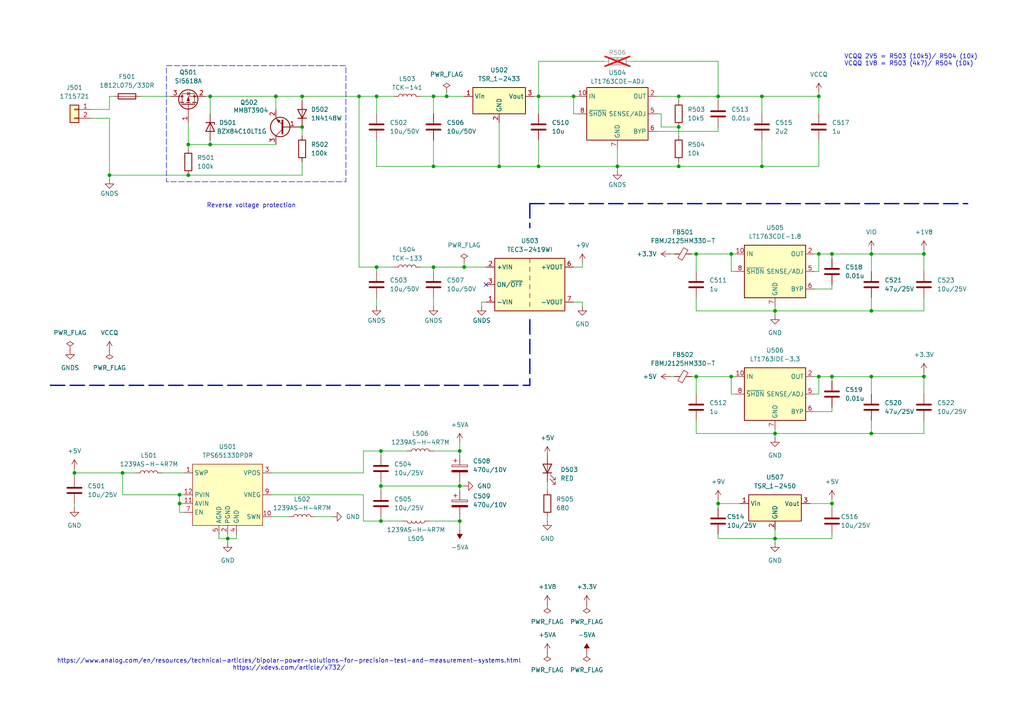
<source format=kicad_sch>
(kicad_sch (version 20231120) (generator "eeschema") (generator_version "8.0")
  (paper "A4")
  (lib_symbols
    (symbol "AD4030:LT1763xDE"
      (property "Reference" "U" (at -7.62 8.89 0))
      (property "Value" "LT1763xDE" (at -3.556 8.89 0))
      (symbol "LT1763xDE_0_0"
        (pin passive line (at -11.43 5.08 0) (length 2.54) (name "IN") (number "10"))
        (pin passive line (at 11.43 5.08 180) (length 2.54) (name "OUT") (number "2"))
        (pin passive line (at 11.43 -5.08 180) (length 2.54) (name "BYP") (number "6"))
        (pin passive line (at 0 -10.16 90) (length 2.54) (name "GND") (number "7"))
        (pin passive line (at -11.43 0 0) (length 2.54) (name "~{SHDN}") (number "8"))
      )
      (symbol "LT1763xDE_1_0"
        (pin no_connect line (at 5.08 -7.62 90) (length 2.54) hide (name "NC") (number "1"))
        (pin passive line (at -11.43 5.08 0) (length 2.54) hide (name "IN") (number "11"))
        (pin no_connect line (at -2.54 -7.62 90) (length 2.54) hide (name "NC") (number "12"))
        (pin passive line (at 0 -10.16 90) (length 2.54) hide (name "GND") (number "13"))
        (pin passive line (at 11.43 5.08 180) (length 2.54) hide (name "OUT") (number "3"))
        (pin no_connect line (at -6.35 -7.62 90) (length 2.54) hide (name "NC") (number "4"))
        (pin passive line (at 11.43 0 180) (length 2.54) (name "SENSE/ADJ") (number "5"))
        (pin no_connect line (at 2.54 -7.62 90) (length 2.54) hide (name "NC") (number "9"))
      )
    )
    (symbol "AD4030:TPS65133DPDR"
      (property "Reference" "U" (at 0 0 0))
      (property "Value" "TPS65133DPDR" (at 0 0 0))
      (symbol "TPS65133DPDR_0_0"
        (pin passive line (at -12.7 6.35 0) (length 2.54) (name "SWP") (number "1"))
        (pin passive line (at 12.7 -6.35 180) (length 2.54) (name "SWN") (number "10"))
        (pin passive line (at -12.7 -2.54 0) (length 2.54) (name "AVIN") (number "11"))
        (pin passive line (at -12.7 0 0) (length 2.54) (name "PVIN") (number "12"))
        (pin passive line (at 0 -11.43 90) (length 2.54) (name "PGND") (number "2"))
        (pin passive line (at 2.54 -11.43 90) (length 2.54) (name "GND") (number "4"))
        (pin passive line (at -2.54 -11.43 90) (length 2.54) (name "AGND") (number "5"))
        (pin passive line (at -12.7 -5.08 0) (length 2.54) (name "EN") (number "7"))
      )
      (symbol "TPS65133DPDR_1_0"
        (pin passive line (at 2.54 -11.43 90) (length 2.54) hide (name "EP") (number "13"))
        (pin power_out line (at 12.7 6.35 180) (length 2.54) (name "VPOS") (number "3"))
        (pin passive line (at 2.54 -11.43 90) (length 2.54) hide (name "GND") (number "6"))
        (pin passive line (at 2.54 -11.43 90) (length 2.54) hide (name "GND") (number "8"))
        (pin power_out line (at 12.7 0 180) (length 2.54) (name "VNEG") (number "9"))
      )
    )
    (symbol "AD4030:VIO" (power) (pin_numbers hide) (pin_names (offset 0) hide)
      (property "Value" "VIO" (at 0 3.556 0))
      (symbol "VIO_1_1"
        (pin power_in line (at 0 0 90) (length 0) (name "~") (number "1"))
      )
    )
    (symbol "Connector_Generic:Conn_01x02" (pin_names (offset 1.016) hide)
      (property "Reference" "J" (at 0 2.54 0))
      (property "Value" "Conn_01x02" (at 0 -5.08 0))
      (symbol "Conn_01x02_1_1"
        (pin passive line (at -5.08 0 0) (length 3.81) (name "Pin_1") (number "1"))
        (pin passive line (at -5.08 -2.54 0) (length 3.81) (name "Pin_2") (number "2"))
      )
    )
    (symbol "Converter_DCDC:TEC2-2419WI"
      (property "Reference" "U" (at -8.89 8.89 0))
      (property "Value" "TEC2-2419WI" (at 10.16 8.89 0))
      (symbol "TEC2-2419WI_1_1"
        (pin power_in line (at -12.7 -5.08 0) (length 2.54) (name "-VIN") (number "1"))
        (pin power_in line (at -12.7 5.08 0) (length 2.54) (name "+VIN") (number "2"))
        (pin input line (at -12.7 0 0) (length 2.54) (name "ON/~{OFF}") (number "3"))
        (pin no_connect line (at 10.16 2.54 180) (length 2.54) hide (name "NC") (number "5"))
        (pin power_out line (at 12.7 5.08 180) (length 2.54) (name "+VOUT") (number "6"))
        (pin power_out line (at 12.7 -5.08 180) (length 2.54) (name "-VOUT") (number "7"))
        (pin no_connect line (at 10.16 0 180) (length 2.54) hide (name "NC") (number "8"))
      )
    )
    (symbol "Device:C" (pin_numbers hide) (pin_names (offset 0.254))
      (property "Reference" "C" (at 0.635 2.54 0))
      (property "Value" "C" (at 0.635 -2.54 0))
      (symbol "C_1_1"
        (pin passive line (at 0 3.81 270) (length 2.794) (name "~") (number "1"))
        (pin passive line (at 0 -3.81 90) (length 2.794) (name "~") (number "2"))
      )
    )
    (symbol "Device:C_Polarized" (pin_numbers hide) (pin_names (offset 0.254))
      (property "Reference" "C" (at 0.635 2.54 0))
      (property "Value" "C_Polarized" (at 0.635 -2.54 0))
      (symbol "C_Polarized_1_1"
        (pin passive line (at 0 3.81 270) (length 2.794) (name "~") (number "1"))
        (pin passive line (at 0 -3.81 90) (length 2.794) (name "~") (number "2"))
      )
    )
    (symbol "Device:FerriteBead_Small" (pin_numbers hide) (pin_names (offset 0))
      (property "Reference" "FB" (at 1.905 1.27 0))
      (property "Value" "FerriteBead_Small" (at 1.905 -1.27 0))
      (symbol "FerriteBead_Small_1_1"
        (pin passive line (at 0 2.54 270) (length 1.27) (name "~") (number "1"))
        (pin passive line (at 0 -2.54 90) (length 1.27) (name "~") (number "2"))
      )
    )
    (symbol "Device:Fuse" (pin_numbers hide) (pin_names (offset 0))
      (property "Reference" "F" (at 2.032 0 90))
      (property "Value" "Fuse" (at -1.905 0 90))
      (symbol "Fuse_1_1"
        (pin passive line (at 0 3.81 270) (length 1.27) (name "~") (number "1"))
        (pin passive line (at 0 -3.81 90) (length 1.27) (name "~") (number "2"))
      )
    )
    (symbol "Device:L" (pin_numbers hide) (pin_names (offset 1.016) hide)
      (property "Reference" "L" (at -1.27 0 90))
      (property "Value" "L" (at 1.905 0 90))
      (symbol "L_1_1"
        (pin passive line (at 0 3.81 270) (length 1.27) (name "1") (number "1"))
        (pin passive line (at 0 -3.81 90) (length 1.27) (name "2") (number "2"))
      )
    )
    (symbol "Device:LED" (pin_numbers hide) (pin_names (offset 1.016) hide)
      (property "Reference" "D" (at 0 2.54 0))
      (property "Value" "LED" (at 0 -2.54 0))
      (symbol "LED_1_1"
        (pin passive line (at -3.81 0 0) (length 2.54) (name "K") (number "1"))
        (pin passive line (at 3.81 0 180) (length 2.54) (name "A") (number "2"))
      )
    )
    (symbol "Device:Q_PMOS_GSD" (pin_names (offset 0) hide)
      (property "Reference" "Q" (at 5.08 1.27 0))
      (property "Value" "Q_PMOS_GSD" (at 5.08 -1.27 0))
      (symbol "Q_PMOS_GSD_1_1"
        (pin input line (at -5.08 0 0) (length 2.54) (name "G") (number "1"))
        (pin passive line (at 2.54 -5.08 90) (length 2.54) (name "S") (number "2"))
        (pin passive line (at 2.54 5.08 270) (length 2.54) (name "D") (number "3"))
      )
    )
    (symbol "Device:R" (pin_numbers hide) (pin_names (offset 0))
      (property "Reference" "R" (at 2.032 0 90))
      (property "Value" "R" (at 0 0 90))
      (symbol "R_1_1"
        (pin passive line (at 0 3.81 270) (length 1.27) (name "~") (number "1"))
        (pin passive line (at 0 -3.81 90) (length 1.27) (name "~") (number "2"))
      )
    )
    (symbol "Diode:1N4148W" (pin_numbers hide) (pin_names hide)
      (property "Reference" "D" (at 0 2.54 0))
      (property "Value" "1N4148W" (at 0 -2.54 0))
      (symbol "1N4148W_1_1"
        (pin passive line (at -3.81 0 0) (length 2.54) (name "K") (number "1"))
        (pin passive line (at 3.81 0 180) (length 2.54) (name "A") (number "2"))
      )
    )
    (symbol "Diode:BZX84Cxx" (pin_numbers hide) (pin_names hide)
      (property "Reference" "D" (at 0 3.81 0))
      (property "Value" "BZX84Cxx" (at 0 -3.81 0))
      (symbol "BZX84Cxx_1_1"
        (pin passive line (at 3.81 0 180) (length 2.54) (name "A") (number "1"))
        (pin no_connect line (at 1.27 0 180) (length 2.54) hide (name "NC") (number "2"))
        (pin passive line (at -3.81 0 0) (length 2.54) (name "K") (number "3"))
      )
    )
    (symbol "Regulator_Switching:TSR_1-2433"
      (property "Reference" "U" (at -7.62 6.35 0))
      (property "Value" "TSR_1-2433" (at -1.27 6.35 0))
      (symbol "TSR_1-2433_1_1"
        (pin power_in line (at -10.16 2.54 0) (length 2.54) (name "Vin") (number "1"))
        (pin power_in line (at 0 -5.08 90) (length 2.54) (name "GND") (number "2"))
        (pin power_out line (at 10.16 2.54 180) (length 2.54) (name "Vout") (number "3"))
      )
    )
    (symbol "Transistor_BJT:MMBT3904" (pin_names (offset 0) hide)
      (property "Reference" "Q" (at 5.08 1.905 0))
      (property "Value" "MMBT3904" (at 5.08 0 0))
      (symbol "MMBT3904_1_1"
        (pin input line (at -5.08 0 0) (length 5.715) (name "B") (number "1"))
        (pin passive line (at 2.54 -5.08 90) (length 2.54) (name "E") (number "2"))
        (pin passive line (at 2.54 5.08 270) (length 2.54) (name "C") (number "3"))
      )
    )
    (symbol "power:+1V8" (power) (pin_numbers hide) (pin_names (offset 0) hide)
      (property "Value" "+1V8" (at 0 3.556 0))
      (symbol "+1V8_1_1"
        (pin power_in line (at 0 0 90) (length 0) (name "~") (number "1"))
      )
    )
    (symbol "power:+3.3V" (power) (pin_numbers hide) (pin_names (offset 0) hide)
      (property "Value" "+3.3V" (at 0 3.556 0))
      (symbol "+3.3V_1_1"
        (pin power_in line (at 0 0 90) (length 0) (name "~") (number "1"))
      )
    )
    (symbol "power:+5V" (power) (pin_numbers hide) (pin_names (offset 0) hide)
      (property "Value" "+5V" (at 0 3.556 0))
      (symbol "+5V_1_1"
        (pin power_in line (at 0 0 90) (length 0) (name "~") (number "1"))
      )
    )
    (symbol "power:+5VA" (power) (pin_numbers hide) (pin_names (offset 0) hide)
      (property "Value" "+5VA" (at 0 3.556 0))
      (symbol "+5VA_1_1"
        (pin power_in line (at 0 0 90) (length 0) (name "~") (number "1"))
      )
    )
    (symbol "power:+9V" (power) (pin_numbers hide) (pin_names (offset 0) hide)
      (property "Value" "+9V" (at 0 3.556 0))
      (symbol "+9V_1_1"
        (pin power_in line (at 0 0 90) (length 0) (name "~") (number "1"))
      )
    )
    (symbol "power:-5VA" (power) (pin_numbers hide) (pin_names (offset 0) hide)
      (property "Value" "-5VA" (at 0 3.556 0))
      (symbol "-5VA_0_0"
        (pin power_in line (at 0 0 90) (length 0) (name "~") (number "1"))
      )
    )
    (symbol "power:GND" (power) (pin_numbers hide) (pin_names (offset 0) hide)
      (property "Value" "GND" (at 0 -3.81 0))
      (symbol "GND_1_1"
        (pin power_in line (at 0 0 270) (length 0) (name "~") (number "1"))
      )
    )
    (symbol "power:GNDS" (power) (pin_numbers hide) (pin_names (offset 0) hide)
      (property "Value" "GNDS" (at 0 -3.81 0))
      (symbol "GNDS_1_1"
        (pin power_in line (at 0 0 270) (length 0) (name "~") (number "1"))
      )
    )
    (symbol "power:PWR_FLAG" (power) (pin_numbers hide) (pin_names (offset 0) hide)
      (property "Value" "PWR_FLAG" (at 0 3.81 0))
      (symbol "PWR_FLAG_0_0"
        (pin power_out line (at 0 0 90) (length 0) (name "~") (number "1"))
      )
    )
    (symbol "power:VCCQ" (power) (pin_numbers hide) (pin_names (offset 0) hide)
      (property "Value" "VCCQ" (at 0 3.556 0))
      (symbol "VCCQ_1_1"
        (pin power_in line (at 0 0 90) (length 0) (name "~") (number "1"))
      )
    )
  )
  (junction (at 35.56 137.16))
  (junction (at 156.21 27.94))
  (junction (at 252.73 73.66))
  (junction (at 21.59 137.16))
  (junction (at 196.85 36.83))
  (junction (at 104.14 27.94))
  (junction (at 267.97 109.22))
  (junction (at 237.49 109.22))
  (junction (at 80.01 27.94))
  (junction (at 87.63 36.83))
  (junction (at 133.35 151.13))
  (junction (at 52.07 146.05))
  (junction (at 237.49 73.66))
  (junction (at 241.3 73.66))
  (junction (at 267.97 73.66))
  (junction (at 133.35 140.97))
  (junction (at 241.3 146.05))
  (junction (at 196.85 48.26))
  (junction (at 110.49 130.81))
  (junction (at 212.09 73.66))
  (junction (at 109.22 77.47))
  (junction (at 52.07 143.51))
  (junction (at 224.79 90.17))
  (junction (at 66.04 156.21))
  (junction (at 109.22 27.94))
  (junction (at 60.96 27.94))
  (junction (at 31.75 50.8))
  (junction (at 224.79 156.21))
  (junction (at 166.37 27.94))
  (junction (at 220.98 48.26))
  (junction (at 220.98 27.94))
  (junction (at 54.61 41.91))
  (junction (at 110.49 151.13))
  (junction (at 208.28 27.94))
  (junction (at 179.07 48.26))
  (junction (at 125.73 77.47))
  (junction (at 241.3 109.22))
  (junction (at 212.09 109.22))
  (junction (at 252.73 125.73))
  (junction (at 87.63 27.94))
  (junction (at 252.73 109.22))
  (junction (at 156.21 48.26))
  (junction (at 125.73 48.26))
  (junction (at 125.73 27.94))
  (junction (at 208.28 146.05))
  (junction (at 196.85 27.94))
  (junction (at 237.49 27.94))
  (junction (at 110.49 140.97))
  (junction (at 224.79 125.73))
  (junction (at 201.93 73.66))
  (junction (at 54.61 50.8))
  (junction (at 144.78 48.26))
  (junction (at 201.93 109.22))
  (junction (at 60.96 41.91))
  (junction (at 134.62 77.47))
  (junction (at 252.73 90.17))
  (junction (at 133.35 130.81))
  (junction (at 129.54 27.94))
  (no_connect (at 140.97 82.55))
  (wire (pts (xy 241.3 154.94) (xy 241.3 156.21)))
  (wire (pts (xy 252.73 125.73) (xy 267.97 125.73)))
  (wire (pts (xy 237.49 40.64) (xy 237.49 48.26)))
  (wire (pts (xy 156.21 27.94) (xy 154.94 27.94)))
  (wire (pts (xy 80.01 27.94) (xy 80.01 31.75)))
  (wire (pts (xy 53.34 143.51) (xy 52.07 143.51)))
  (wire (pts (xy 267.97 121.92) (xy 267.97 125.73)))
  (wire (pts (xy 129.54 26.67) (xy 129.54 27.94)))
  (wire (pts (xy 52.07 148.59) (xy 52.07 146.05)))
  (wire (pts (xy 201.93 73.66) (xy 212.09 73.66)))
  (wire (pts (xy 21.59 147.32) (xy 21.59 146.05)))
  (wire (pts (xy 166.37 33.02) (xy 167.64 33.02)))
  (wire (pts (xy 109.22 88.9) (xy 109.22 86.36)))
  (wire (pts (xy 125.73 130.81) (xy 133.35 130.81)))
  (wire (pts (xy 196.85 36.83) (xy 196.85 39.37)))
  (wire (pts (xy 175.26 17.78) (xy 156.21 17.78)))
  (wire (pts (xy 182.88 17.78) (xy 208.28 17.78)))
  (wire (pts (xy 63.5 156.21) (xy 66.04 156.21)))
  (polyline (pts (xy 153.67 59.055) (xy 280.67 59.055)) (stroke (width 0.381) (type dash)))
  (wire (pts (xy 179.07 48.26) (xy 156.21 48.26)))
  (wire (pts (xy 237.49 26.67) (xy 237.49 27.94)))
  (wire (pts (xy 87.63 27.94) (xy 87.63 29.21)))
  (wire (pts (xy 201.93 114.3) (xy 201.93 109.22)))
  (polyline (pts (xy 153.67 92.71) (xy 153.67 111.76)) (stroke (width 0.381) (type dash)))
  (wire (pts (xy 224.79 125.73) (xy 224.79 127)))
  (wire (pts (xy 31.75 50.8) (xy 31.75 52.07)))
  (wire (pts (xy 125.73 77.47) (xy 121.92 77.47)))
  (wire (pts (xy 241.3 119.38) (xy 241.3 118.11)))
  (wire (pts (xy 191.77 36.83) (xy 196.85 36.83)))
  (wire (pts (xy 31.75 34.29) (xy 31.75 50.8)))
  (wire (pts (xy 267.97 73.66) (xy 267.97 78.74)))
  (wire (pts (xy 196.85 48.26) (xy 179.07 48.26)))
  (wire (pts (xy 156.21 33.02) (xy 156.21 27.94)))
  (wire (pts (xy 134.62 76.2) (xy 134.62 77.47)))
  (wire (pts (xy 80.01 27.94) (xy 87.63 27.94)))
  (wire (pts (xy 60.96 27.94) (xy 80.01 27.94)))
  (wire (pts (xy 212.09 109.22) (xy 213.36 109.22)))
  (wire (pts (xy 224.79 156.21) (xy 224.79 157.48)))
  (wire (pts (xy 212.09 73.66) (xy 213.36 73.66)))
  (wire (pts (xy 190.5 33.02) (xy 191.77 33.02)))
  (wire (pts (xy 114.3 27.94) (xy 109.22 27.94)))
  (wire (pts (xy 208.28 147.32) (xy 208.28 146.05)))
  (wire (pts (xy 201.93 73.66) (xy 200.66 73.66)))
  (wire (pts (xy 125.73 77.47) (xy 134.62 77.47)))
  (wire (pts (xy 105.41 137.16) (xy 105.41 130.81)))
  (wire (pts (xy 87.63 36.83) (xy 87.63 39.37)))
  (wire (pts (xy 124.46 151.13) (xy 133.35 151.13)))
  (wire (pts (xy 166.37 27.94) (xy 167.64 27.94)))
  (wire (pts (xy 144.78 48.26) (xy 125.73 48.26)))
  (wire (pts (xy 252.73 90.17) (xy 224.79 90.17)))
  (wire (pts (xy 104.14 27.94) (xy 109.22 27.94)))
  (wire (pts (xy 53.34 148.59) (xy 52.07 148.59)))
  (wire (pts (xy 26.67 31.75) (xy 31.75 31.75)))
  (wire (pts (xy 224.79 90.17) (xy 224.79 91.44)))
  (wire (pts (xy 237.49 27.94) (xy 237.49 33.02)))
  (wire (pts (xy 87.63 46.99) (xy 87.63 50.8)))
  (wire (pts (xy 252.73 72.39) (xy 252.73 73.66)))
  (wire (pts (xy 109.22 48.26) (xy 109.22 40.64)))
  (wire (pts (xy 144.78 35.56) (xy 144.78 48.26)))
  (wire (pts (xy 139.7 88.9) (xy 139.7 87.63)))
  (wire (pts (xy 129.54 27.94) (xy 134.62 27.94)))
  (wire (pts (xy 125.73 27.94) (xy 125.73 33.02)))
  (wire (pts (xy 54.61 50.8) (xy 87.63 50.8)))
  (wire (pts (xy 144.78 48.26) (xy 156.21 48.26)))
  (wire (pts (xy 224.79 90.17) (xy 224.79 88.9)))
  (wire (pts (xy 68.58 156.21) (xy 68.58 154.94)))
  (wire (pts (xy 110.49 130.81) (xy 118.11 130.81)))
  (wire (pts (xy 241.3 109.22) (xy 252.73 109.22)))
  (wire (pts (xy 196.85 27.94) (xy 208.28 27.94)))
  (wire (pts (xy 179.07 43.18) (xy 179.07 48.26)))
  (wire (pts (xy 208.28 146.05) (xy 214.63 146.05)))
  (wire (pts (xy 116.84 151.13) (xy 110.49 151.13)))
  (wire (pts (xy 224.79 156.21) (xy 241.3 156.21)))
  (wire (pts (xy 241.3 144.78) (xy 241.3 146.05)))
  (wire (pts (xy 224.79 153.67) (xy 224.79 156.21)))
  (wire (pts (xy 224.79 125.73) (xy 224.79 124.46)))
  (wire (pts (xy 267.97 86.36) (xy 267.97 90.17)))
  (wire (pts (xy 208.28 156.21) (xy 224.79 156.21)))
  (wire (pts (xy 236.22 78.74) (xy 237.49 78.74)))
  (wire (pts (xy 52.07 143.51) (xy 35.56 143.51)))
  (wire (pts (xy 252.73 73.66) (xy 267.97 73.66)))
  (wire (pts (xy 236.22 119.38) (xy 241.3 119.38)))
  (wire (pts (xy 201.93 125.73) (xy 224.79 125.73)))
  (wire (pts (xy 267.97 72.39) (xy 267.97 73.66)))
  (wire (pts (xy 60.96 27.94) (xy 60.96 33.02)))
  (wire (pts (xy 78.74 143.51) (xy 105.41 143.51)))
  (wire (pts (xy 168.91 87.63) (xy 166.37 87.63)))
  (wire (pts (xy 110.49 132.08) (xy 110.49 130.81)))
  (wire (pts (xy 252.73 109.22) (xy 267.97 109.22)))
  (wire (pts (xy 220.98 40.64) (xy 220.98 48.26)))
  (wire (pts (xy 139.7 87.63) (xy 140.97 87.63)))
  (wire (pts (xy 125.73 88.9) (xy 125.73 86.36)))
  (wire (pts (xy 196.85 46.99) (xy 196.85 48.26)))
  (wire (pts (xy 236.22 83.82) (xy 241.3 83.82)))
  (wire (pts (xy 105.41 143.51) (xy 105.41 151.13)))
  (wire (pts (xy 236.22 114.3) (xy 237.49 114.3)))
  (wire (pts (xy 114.3 77.47) (xy 109.22 77.47)))
  (wire (pts (xy 105.41 130.81) (xy 110.49 130.81)))
  (wire (pts (xy 212.09 114.3) (xy 212.09 109.22)))
  (wire (pts (xy 133.35 151.13) (xy 133.35 153.67)))
  (wire (pts (xy 220.98 33.02) (xy 220.98 27.94)))
  (wire (pts (xy 63.5 154.94) (xy 63.5 156.21)))
  (wire (pts (xy 134.62 77.47) (xy 140.97 77.47)))
  (wire (pts (xy 125.73 77.47) (xy 125.73 78.74)))
  (wire (pts (xy 158.75 149.86) (xy 158.75 151.13)))
  (wire (pts (xy 133.35 140.97) (xy 134.62 140.97)))
  (wire (pts (xy 60.96 41.91) (xy 80.01 41.91)))
  (wire (pts (xy 237.49 109.22) (xy 236.22 109.22)))
  (wire (pts (xy 35.56 143.51) (xy 35.56 137.16)))
  (wire (pts (xy 125.73 48.26) (xy 109.22 48.26)))
  (wire (pts (xy 241.3 73.66) (xy 237.49 73.66)))
  (wire (pts (xy 190.5 38.1) (xy 208.28 38.1)))
  (wire (pts (xy 21.59 135.89) (xy 21.59 137.16)))
  (wire (pts (xy 201.93 109.22) (xy 200.66 109.22)))
  (wire (pts (xy 237.49 27.94) (xy 220.98 27.94)))
  (wire (pts (xy 133.35 140.97) (xy 133.35 142.24)))
  (wire (pts (xy 31.75 31.75) (xy 31.75 27.94)))
  (wire (pts (xy 21.59 137.16) (xy 35.56 137.16)))
  (wire (pts (xy 208.28 144.78) (xy 208.28 146.05)))
  (wire (pts (xy 190.5 27.94) (xy 196.85 27.94)))
  (wire (pts (xy 234.95 146.05) (xy 241.3 146.05)))
  (wire (pts (xy 52.07 146.05) (xy 52.07 143.51)))
  (wire (pts (xy 125.73 40.64) (xy 125.73 48.26)))
  (wire (pts (xy 208.28 29.21) (xy 208.28 27.94)))
  (wire (pts (xy 66.04 156.21) (xy 68.58 156.21)))
  (wire (pts (xy 201.93 90.17) (xy 224.79 90.17)))
  (wire (pts (xy 91.44 149.86) (xy 96.52 149.86)))
  (wire (pts (xy 168.91 88.9) (xy 168.91 87.63)))
  (wire (pts (xy 133.35 128.27) (xy 133.35 130.81)))
  (wire (pts (xy 208.28 36.83) (xy 208.28 38.1)))
  (wire (pts (xy 109.22 77.47) (xy 104.14 77.47)))
  (wire (pts (xy 241.3 83.82) (xy 241.3 82.55)))
  (wire (pts (xy 35.56 137.16) (xy 39.37 137.16)))
  (wire (pts (xy 208.28 154.94) (xy 208.28 156.21)))
  (wire (pts (xy 220.98 48.26) (xy 237.49 48.26)))
  (wire (pts (xy 241.3 109.22) (xy 237.49 109.22)))
  (wire (pts (xy 66.04 156.21) (xy 66.04 157.48)))
  (wire (pts (xy 121.92 27.94) (xy 125.73 27.94)))
  (wire (pts (xy 54.61 41.91) (xy 54.61 43.18)))
  (wire (pts (xy 110.49 151.13) (xy 110.49 149.86)))
  (wire (pts (xy 87.63 27.94) (xy 104.14 27.94)))
  (wire (pts (xy 241.3 146.05) (xy 241.3 147.32)))
  (wire (pts (xy 213.36 114.3) (xy 212.09 114.3)))
  (wire (pts (xy 252.73 90.17) (xy 267.97 90.17)))
  (wire (pts (xy 196.85 48.26) (xy 220.98 48.26)))
  (wire (pts (xy 158.75 139.7) (xy 158.75 142.24)))
  (wire (pts (xy 168.91 76.2) (xy 168.91 77.47)))
  (wire (pts (xy 194.31 73.66) (xy 195.58 73.66)))
  (wire (pts (xy 156.21 40.64) (xy 156.21 48.26)))
  (wire (pts (xy 133.35 130.81) (xy 133.35 132.08)))
  (wire (pts (xy 241.3 74.93) (xy 241.3 73.66)))
  (wire (pts (xy 21.59 138.43) (xy 21.59 137.16)))
  (wire (pts (xy 133.35 151.13) (xy 133.35 149.86)))
  (wire (pts (xy 133.35 140.97) (xy 110.49 140.97)))
  (wire (pts (xy 31.75 34.29) (xy 26.67 34.29)))
  (wire (pts (xy 208.28 17.78) (xy 208.28 27.94)))
  (wire (pts (xy 237.49 78.74) (xy 237.49 73.66)))
  (wire (pts (xy 201.93 121.92) (xy 201.93 125.73)))
  (wire (pts (xy 252.73 86.36) (xy 252.73 90.17)))
  (wire (pts (xy 252.73 125.73) (xy 224.79 125.73)))
  (wire (pts (xy 78.74 149.86) (xy 83.82 149.86)))
  (wire (pts (xy 53.34 146.05) (xy 52.07 146.05)))
  (wire (pts (xy 267.97 107.95) (xy 267.97 109.22)))
  (wire (pts (xy 60.96 40.64) (xy 60.96 41.91)))
  (wire (pts (xy 237.49 114.3) (xy 237.49 109.22)))
  (wire (pts (xy 213.36 78.74) (xy 212.09 78.74)))
  (wire (pts (xy 196.85 29.21) (xy 196.85 27.94)))
  (wire (pts (xy 241.3 110.49) (xy 241.3 109.22)))
  (wire (pts (xy 104.14 27.94) (xy 104.14 77.47)))
  (wire (pts (xy 191.77 33.02) (xy 191.77 36.83)))
  (wire (pts (xy 40.64 27.94) (xy 49.53 27.94)))
  (wire (pts (xy 166.37 77.47) (xy 168.91 77.47)))
  (wire (pts (xy 46.99 137.16) (xy 53.34 137.16)))
  (polyline (pts (xy 153.67 59.055) (xy 153.67 66.04)) (stroke (width 0.381) (type dash)))
  (wire (pts (xy 267.97 109.22) (xy 267.97 114.3)))
  (wire (pts (xy 125.73 27.94) (xy 129.54 27.94)))
  (wire (pts (xy 54.61 35.56) (xy 54.61 41.91)))
  (wire (pts (xy 109.22 77.47) (xy 109.22 78.74)))
  (wire (pts (xy 60.96 41.91) (xy 54.61 41.91)))
  (wire (pts (xy 212.09 78.74) (xy 212.09 73.66)))
  (wire (pts (xy 237.49 73.66) (xy 236.22 73.66)))
  (wire (pts (xy 133.35 139.7) (xy 133.35 140.97)))
  (wire (pts (xy 156.21 27.94) (xy 166.37 27.94)))
  (wire (pts (xy 110.49 139.7) (xy 110.49 140.97)))
  (wire (pts (xy 241.3 73.66) (xy 252.73 73.66)))
  (wire (pts (xy 110.49 140.97) (xy 110.49 142.24)))
  (wire (pts (xy 220.98 27.94) (xy 208.28 27.94)))
  (wire (pts (xy 78.74 137.16) (xy 105.41 137.16)))
  (wire (pts (xy 252.73 121.92) (xy 252.73 125.73)))
  (wire (pts (xy 109.22 27.94) (xy 109.22 33.02)))
  (wire (pts (xy 252.73 78.74) (xy 252.73 73.66)))
  (wire (pts (xy 194.31 109.22) (xy 195.58 109.22)))
  (wire (pts (xy 201.93 78.74) (xy 201.93 73.66)))
  (wire (pts (xy 201.93 86.36) (xy 201.93 90.17)))
  (wire (pts (xy 59.69 27.94) (xy 60.96 27.94)))
  (wire (pts (xy 179.07 48.26) (xy 179.07 49.53)))
  (wire (pts (xy 66.04 154.94) (xy 66.04 156.21)))
  (wire (pts (xy 31.75 50.8) (xy 54.61 50.8)))
  (wire (pts (xy 105.41 151.13) (xy 110.49 151.13)))
  (wire (pts (xy 31.75 27.94) (xy 33.02 27.94)))
  (wire (pts (xy 156.21 17.78) (xy 156.21 27.94)))
  (wire (pts (xy 252.73 114.3) (xy 252.73 109.22)))
  (wire (pts (xy 201.93 109.22) (xy 212.09 109.22)))
  (polyline (pts (xy 14.605 111.76) (xy 153.67 111.76)) (stroke (width 0.381) (type dash)))
  (wire (pts (xy 166.37 27.94) (xy 166.37 33.02)))
  (rectangle (start 48.26 19.05) (end 100.33 52.705) (stroke (width 0) (type dash)))
  (text "https://www.analog.com/en/resources/technical-articles/bipolar-power-solutions-for-precision-test-and-measurement-systems.html\nhttps://xdevs.com/article/x732/" (at 83.82 192.786 0) (effects (font (size 1.27 1.27))))
  (text "Reverse voltage protection" (at 72.898 59.69 0) (effects (font (size 1.27 1.27))))
  (text "VCQQ 2V5 = R503 (10k5)/ R504 (10k)\nVCQQ 1V8 = R503 (4k7)/ R504 (10k)" (at 244.856 17.526 0) (effects (font (size 1.27 1.27)) (justify left)))
  (symbol (lib_id "power:PWR_FLAG") (at 170.18 175.26 180) (unit 1)
    (property "Reference" "#FLG0501" (effects (hide yes)))
    (property "Value" "PWR_FLAG" (at 170.18 180.34 0))
    (property "Description" "Special symbol for telling ERC where power comes from" (effects (hide yes)))
  )
  (symbol (lib_id "Device:L") (at 43.18 137.16 90) (unit 1)
    (property "Reference" "L501" (at 43.18 132.08 90))
    (property "Value" "1239AS-H-4R7M" (at 43.18 134.62 90))
    (property "Footprint" "Inductor_SMD:L_1008_2520Metric_Pad1.43x2.20mm_HandSolder" (effects (hide yes)))
    (property "Description" "Inductor" (effects (hide yes)))
  )
  (symbol (lib_id "power:+9V") (at 168.91 76.2 0) (unit 1)
    (property "Reference" "#PWR0516" (effects (hide yes)))
    (property "Value" "+9V" (at 168.91 71.12 0))
    (property "Description" "Power symbol creates a global label with name \"+9V\"" (effects (hide yes)))
  )
  (symbol (lib_id "Device:C") (at 109.22 82.55 0) (unit 1)
    (property "Reference" "C503" (at 113.03 81.2799 0) (effects (justify left)))
    (property "Value" "10u/50V" (at 113.03 83.8199 0) (effects (justify left)))
    (property "Footprint" "Capacitor_SMD:C_1210_3225Metric_Pad1.33x2.70mm_HandSolder" (effects (hide yes)))
    (property "Description" "Unpolarized capacitor" (effects (hide yes)))
  )
  (symbol (lib_id "Device:C") (at 267.97 118.11 0) (unit 1)
    (property "Reference" "C522" (at 271.78 116.8399 0) (effects (justify left)))
    (property "Value" "10u/25V" (at 271.78 119.3799 0) (effects (justify left)))
    (property "Footprint" "Capacitor_SMD:C_1206_3216Metric_Pad1.33x1.80mm_HandSolder" (effects (hide yes)))
    (property "Description" "Unpolarized capacitor" (effects (hide yes)))
  )
  (symbol (lib_id "Regulator_Switching:TSR_1-2433") (at 144.78 30.48 0) (unit 1)
    (property "Reference" "U502" (at 144.78 20.32 0))
    (property "Value" "TSR_1-2433" (at 144.78 22.86 0))
    (property "Footprint" "Converter_DCDC:Converter_DCDC_TRACO_TSR-1_THT" (effects (hide yes)))
    (property "Datasheet" "http://www.tracopower.com/products/tsr1.pdf" (effects (hide yes)))
    (property "Description" "1A step-down regulator module, fixed 3.3V output voltage, 5-36V input voltage, -40°C to +85°C temperature range, TO-220 compatible LM78xx replacement" (effects (hide yes)))
  )
  (symbol (lib_id "power:PWR_FLAG") (at 158.75 189.23 180) (unit 1)
    (property "Reference" "#FLG0507" (effects (hide yes)))
    (property "Value" "PWR_FLAG" (at 158.75 194.31 0))
    (property "Description" "Special symbol for telling ERC where power comes from" (effects (hide yes)))
  )
  (symbol (lib_id "power:-5VA") (at 170.18 189.23 0) (unit 1)
    (property "Reference" "#PWR0518" (effects (hide yes)))
    (property "Value" "-5VA" (at 170.18 184.15 0))
    (property "Description" "Power symbol creates a global label with name \"-5VA\"" (effects (hide yes)))
  )
  (symbol (lib_id "power:GND") (at 96.52 149.86 90) (unit 1)
    (property "Reference" "#PWR0508" (effects (hide yes)))
    (property "Value" "GND" (at 100.33 149.8599 90) (effects (justify right)))
    (property "Description" "Power symbol creates a global label with name \"GND\" , ground" (effects (hide yes)))
  )
  (symbol (lib_id "Diode:1N4148W") (at 87.63 33.02 90) (unit 1)
    (property "Reference" "D502" (at 90.17 31.75 90) (effects (justify right)))
    (property "Value" "1N4148W" (at 90.17 34.29 90) (effects (justify right)))
    (property "Footprint" "Diode_SMD:D_SOD-123" (effects (hide yes)))
    (property "Datasheet" "https://www.vishay.com/docs/85748/1n4148w.pdf" (effects (hide yes)))
    (property "Sim.Device" "D" (effects (hide yes)))
    (property "Sim.Pins" "1=K 2=A" (effects (hide yes)))
  )
  (symbol (lib_id "Device:C") (at 201.93 118.11 0) (unit 1)
    (property "Reference" "C512" (at 205.74 116.8399 0) (effects (justify left)))
    (property "Value" "1u" (at 205.74 119.3799 0) (effects (justify left)))
    (property "Footprint" "Capacitor_SMD:C_0805_2012Metric_Pad1.18x1.45mm_HandSolder" (effects (hide yes)))
    (property "Description" "Unpolarized capacitor" (effects (hide yes)))
  )
  (symbol (lib_id "Device:C") (at 267.97 82.55 0) (unit 1)
    (property "Reference" "C523" (at 271.78 81.2799 0) (effects (justify left)))
    (property "Value" "10u/25V" (at 271.78 83.8199 0) (effects (justify left)))
    (property "Footprint" "Capacitor_SMD:C_1206_3216Metric_Pad1.33x1.80mm_HandSolder" (effects (hide yes)))
    (property "Description" "Unpolarized capacitor" (effects (hide yes)))
  )
  (symbol (lib_id "Device:R") (at 158.75 146.05 0) (unit 1)
    (property "Reference" "R505" (at 161.29 144.7799 0) (effects (justify left)))
    (property "Value" "680" (at 161.29 147.3199 0) (effects (justify left)))
    (property "Footprint" "Resistor_SMD:R_0603_1608Metric_Pad0.98x0.95mm_HandSolder" (effects (hide yes)))
    (property "Description" "Resistor" (effects (hide yes)))
  )
  (symbol (lib_id "power:+5V") (at 194.31 109.22 90) (unit 1)
    (property "Reference" "#PWR0521" (effects (hide yes)))
    (property "Value" "+5V" (at 190.5 109.2199 90) (effects (justify left)))
    (property "Description" "Power symbol creates a global label with name \"+5V\"" (effects (hide yes)))
  )
  (symbol (lib_id "Device:C") (at 110.49 135.89 0) (unit 1)
    (property "Reference" "C504" (at 114.3 134.6199 0) (effects (justify left)))
    (property "Value" "10u/25V" (at 114.3 137.1599 0) (effects (justify left)))
    (property "Footprint" "Capacitor_SMD:C_1206_3216Metric_Pad1.33x1.80mm_HandSolder" (effects (hide yes)))
    (property "Description" "Unpolarized capacitor" (effects (hide yes)))
  )
  (symbol (lib_id "Device:R") (at 179.07 17.78 90) (unit 1) (in_bom no) (dnp yes)
    (property "Reference" "R506" (at 179.07 15.24 90))
    (property "Value" "0" (at 179.07 17.78 90))
    (property "Footprint" "Resistor_SMD:R_0603_1608Metric_Pad0.98x0.95mm_HandSolder" (effects (hide yes)))
    (property "Description" "Resistor" (effects (hide yes)))
  )
  (symbol (lib_id "Converter_DCDC:TEC2-2419WI") (at 153.67 82.55 0) (unit 1)
    (property "Reference" "U503" (at 153.67 69.85 0))
    (property "Value" "TEC3-2419WI" (at 153.67 72.39 0))
    (property "Footprint" "Converter_DCDC:Converter_DCDC_TRACO_TMR-xxxx_THT" (effects (hide yes)))
    (property "Datasheet" "https://www.tracopower.com/products/tec2wi.pdf" (effects (hide yes)))
    (property "Description" "222mA Regulated 2W DC/DC converter with 1.5kV isolation, 9V-36V input, 9V fixed Output Voltage, SIP-8" (effects (hide yes)))
  )
  (symbol (lib_id "power:+3.3V") (at 194.31 73.66 90) (unit 1)
    (property "Reference" "#PWR0520" (effects (hide yes)))
    (property "Value" "+3.3V" (at 190.5 73.6599 90) (effects (justify left)))
    (property "Description" "Power symbol creates a global label with name \"+3.3V\"" (effects (hide yes)))
  )
  (symbol (lib_id "power:PWR_FLAG") (at 20.32 101.6 0) (unit 1)
    (property "Reference" "#FLG0502" (effects (hide yes)))
    (property "Value" "PWR_FLAG" (at 20.32 96.52 0))
    (property "Description" "Special symbol for telling ERC where power comes from" (effects (hide yes)))
  )
  (symbol (lib_id "power:GND") (at 158.75 151.13 0) (unit 1)
    (property "Reference" "#PWR0532" (effects (hide yes)))
    (property "Value" "GND" (at 158.75 156.21 0))
    (property "Description" "Power symbol creates a global label with name \"GND\" , ground" (effects (hide yes)))
  )
  (symbol (lib_id "power:+1V8") (at 158.75 175.26 0) (unit 1)
    (property "Reference" "#PWR0534" (effects (hide yes)))
    (property "Value" "+1V8" (at 158.75 170.18 0))
    (property "Description" "Power symbol creates a global label with name \"+1V8\"" (effects (hide yes)))
  )
  (symbol (lib_id "power:GND") (at 224.79 91.44 0) (unit 1)
    (property "Reference" "#PWR0523" (effects (hide yes)))
    (property "Value" "GND" (at 224.79 96.52 0))
    (property "Description" "Power symbol creates a global label with name \"GND\" , ground" (effects (hide yes)))
  )
  (symbol (lib_id "Device:C") (at 220.98 36.83 0) (unit 1)
    (property "Reference" "C515" (at 224.79 35.5599 0) (effects (justify left)))
    (property "Value" "2u2" (at 224.79 38.0999 0) (effects (justify left)))
    (property "Footprint" "Capacitor_SMD:C_0805_2012Metric_Pad1.18x1.45mm_HandSolder" (effects (hide yes)))
    (property "Description" "Unpolarized capacitor" (effects (hide yes)))
  )
  (symbol (lib_id "Device:L") (at 118.11 27.94 90) (unit 1)
    (property "Reference" "L503" (at 118.11 22.86 90))
    (property "Value" "TCK-141" (at 118.11 25.4 90))
    (property "Footprint" "Inductor_SMD:L_TracoPower_TCK-141" (effects (hide yes)))
    (property "Description" "Inductor" (effects (hide yes)))
  )
  (symbol (lib_id "power:GNDS") (at 31.75 52.07 0) (unit 1)
    (property "Reference" "#PWR0531" (effects (hide yes)))
    (property "Value" "GNDS" (at 31.75 56.134 0))
    (property "Description" "Power symbol creates a global label with name \"GNDS\" , signal ground" (effects (hide yes)))
  )
  (symbol (lib_id "power:+3.3V") (at 170.18 175.26 0) (unit 1)
    (property "Reference" "#PWR0501" (effects (hide yes)))
    (property "Value" "+3.3V" (at 170.18 170.18 0))
    (property "Description" "Power symbol creates a global label with name \"+3.3V\"" (effects (hide yes)))
  )
  (symbol (lib_id "power:GNDS") (at 125.73 88.9 0) (unit 1)
    (property "Reference" "#PWR0510" (effects (hide yes)))
    (property "Value" "GNDS" (at 125.73 92.964 0))
    (property "Description" "Power symbol creates a global label with name \"GNDS\" , signal ground" (effects (hide yes)))
  )
  (symbol (lib_id "power:+1V8") (at 267.97 72.39 0) (unit 1)
    (property "Reference" "#PWR0530" (effects (hide yes)))
    (property "Value" "+1V8" (at 267.97 67.31 0))
    (property "Description" "Power symbol creates a global label with name \"+1V8\"" (effects (hide yes)))
  )
  (symbol (lib_id "Device:C") (at 241.3 151.13 0) (unit 1)
    (property "Reference" "C516" (at 243.84 149.86 0) (effects (justify left)))
    (property "Value" "10u/25V" (at 243.84 152.4 0) (effects (justify left)))
    (property "Footprint" "Capacitor_SMD:C_1206_3216Metric_Pad1.33x1.80mm_HandSolder" (effects (hide yes)))
    (property "Description" "Unpolarized capacitor" (effects (hide yes)))
  )
  (symbol (lib_id "power:+5V") (at 21.59 135.89 0) (unit 1)
    (property "Reference" "#PWR0502" (effects (hide yes)))
    (property "Value" "+5V" (at 21.59 130.81 0))
    (property "Description" "Power symbol creates a global label with name \"+5V\"" (effects (hide yes)))
  )
  (symbol (lib_id "Device:R") (at 196.85 43.18 0) (unit 1)
    (property "Reference" "R504" (at 199.39 41.9099 0) (effects (justify left)))
    (property "Value" "10k" (at 199.39 44.4499 0) (effects (justify left)))
    (property "Footprint" "Resistor_SMD:R_0603_1608Metric_Pad0.98x0.95mm_HandSolder" (effects (hide yes)))
    (property "Description" "Resistor" (effects (hide yes)))
  )
  (symbol (lib_id "power:PWR_FLAG") (at 31.75 101.6 180) (unit 1)
    (property "Reference" "#FLG0503" (effects (hide yes)))
    (property "Value" "PWR_FLAG" (at 31.75 106.68 0))
    (property "Description" "Special symbol for telling ERC where power comes from" (effects (hide yes)))
  )
  (symbol (lib_id "power:+5V") (at 241.3 144.78 0) (unit 1)
    (property "Reference" "#PWR0526" (effects (hide yes)))
    (property "Value" "+5V" (at 241.3 139.7 0))
    (property "Description" "Power symbol creates a global label with name \"+5V\"" (effects (hide yes)))
  )
  (symbol (lib_id "Device:C") (at 208.28 151.13 0) (unit 1)
    (property "Reference" "C514" (at 210.82 149.86 0) (effects (justify left)))
    (property "Value" "10u/25V" (at 210.82 152.4 0) (effects (justify left)))
    (property "Footprint" "Capacitor_SMD:C_1206_3216Metric_Pad1.33x1.80mm_HandSolder" (effects (hide yes)))
    (property "Description" "Unpolarized capacitor" (effects (hide yes)))
  )
  (symbol (lib_id "power:GND") (at 66.04 157.48 0) (unit 1)
    (property "Reference" "#PWR0507" (effects (hide yes)))
    (property "Value" "GND" (at 66.04 162.56 0))
    (property "Description" "Power symbol creates a global label with name \"GND\" , ground" (effects (hide yes)))
  )
  (symbol (lib_id "Device:FerriteBead_Small") (at 198.12 73.66 90) (unit 1)
    (property "Reference" "FB501" (at 198.0819 67.31 90))
    (property "Value" "FBMJ2125HM330-T" (at 198.0819 69.85 90))
    (property "Footprint" "Inductor_SMD:L_0805_2012Metric_Pad1.15x1.40mm_HandSolder" (effects (hide yes)))
    (property "Description" "Ferrite bead, small symbol" (effects (hide yes)))
  )
  (symbol (lib_id "power:PWR_FLAG") (at 158.75 175.26 180) (unit 1)
    (property "Reference" "#FLG0504" (effects (hide yes)))
    (property "Value" "PWR_FLAG" (at 158.75 180.34 0))
    (property "Description" "Special symbol for telling ERC where power comes from" (effects (hide yes)))
  )
  (symbol (lib_id "Device:L") (at 118.11 77.47 90) (unit 1)
    (property "Reference" "L504" (at 118.11 72.39 90))
    (property "Value" "TCK-133" (at 118.11 74.93 90))
    (property "Footprint" "AD4030:TCK-133" (effects (hide yes)))
    (property "Description" "Inductor" (effects (hide yes)))
  )
  (symbol (lib_id "power:GNDS") (at 139.7 88.9 0) (unit 1)
    (property "Reference" "#PWR0511" (effects (hide yes)))
    (property "Value" "GNDS" (at 139.7 92.964 0))
    (property "Description" "Power symbol creates a global label with name \"GNDS\" , signal ground" (effects (hide yes)))
  )
  (symbol (lib_id "Device:R") (at 196.85 33.02 0) (unit 1)
    (property "Reference" "R503" (at 199.39 31.7499 0) (effects (justify left)))
    (property "Value" "10k5" (at 199.39 34.2899 0) (effects (justify left)))
    (property "Footprint" "Resistor_SMD:R_0603_1608Metric_Pad0.98x0.95mm_HandSolder" (effects (hide yes)))
    (property "Description" "Resistor" (effects (hide yes)))
  )
  (symbol (lib_id "Regulator_Switching:TSR_1-2433") (at 224.79 148.59 0) (unit 1)
    (property "Reference" "U507" (at 224.79 138.43 0))
    (property "Value" "TSR_1-2450" (at 224.79 140.97 0))
    (property "Footprint" "Converter_DCDC:Converter_DCDC_TRACO_TSR-1_THT" (effects (hide yes)))
    (property "Datasheet" "http://www.tracopower.com/products/tsr1.pdf" (effects (hide yes)))
    (property "Description" "1A step-down regulator module, fixed 3.3V output voltage, 5-36V input voltage, -40°C to +85°C temperature range, TO-220 compatible LM78xx replacement" (effects (hide yes)))
  )
  (symbol (lib_id "AD4030:LT1763xDE") (at 224.79 114.3 0) (unit 1)
    (property "Reference" "U506" (at 224.79 101.6 0))
    (property "Value" "LT1763IDE-3.3" (at 224.79 104.14 0))
    (property "Footprint" "Package_DFN_QFN:DFN-12-1EP_3x4mm_P0.5mm_EP1.7x3.3mm" (effects (hide yes)))
    (property "Datasheet" "https://www.analog.com/media/en/technical-documentation/data-sheets/LT1762.pdf" (effects (hide yes)))
    (property "Description" "500mA, Low Noise, LDO Micropower Regulators" (effects (hide yes)))
  )
  (symbol (lib_id "Device:FerriteBead_Small") (at 198.12 109.22 90) (unit 1)
    (property "Reference" "FB502" (at 198.0819 102.87 90))
    (property "Value" "FBMJ2125HM330-T" (at 198.0819 105.41 90))
    (property "Footprint" "Inductor_SMD:L_0805_2012Metric_Pad1.15x1.40mm_HandSolder" (effects (hide yes)))
    (property "Description" "Ferrite bead, small symbol" (effects (hide yes)))
  )
  (symbol (lib_id "power:PWR_FLAG") (at 170.18 189.23 180) (unit 1)
    (property "Reference" "#FLG0508" (effects (hide yes)))
    (property "Value" "PWR_FLAG" (at 170.18 194.31 0))
    (property "Description" "Special symbol for telling ERC where power comes from" (effects (hide yes)))
  )
  (symbol (lib_id "power:+5VA") (at 158.75 189.23 0) (unit 1)
    (property "Reference" "#PWR0515" (effects (hide yes)))
    (property "Value" "+5VA" (at 158.75 184.15 0))
    (property "Description" "Power symbol creates a global label with name \"+5VA\"" (effects (hide yes)))
  )
  (symbol (lib_id "Diode:BZX84Cxx") (at 60.96 36.83 270) (unit 1)
    (property "Reference" "D501" (at 63.5 35.56 90) (effects (justify left)))
    (property "Value" "BZX84C10LT1G" (at 62.865 38.1 90) (effects (justify left)))
    (property "Footprint" "Package_TO_SOT_SMD:SOT-23" (effects (hide yes)))
    (property "Datasheet" "https://diotec.com/tl_files/diotec/files/pdf/datasheets/bzx84c2v4.pdf" (effects (hide yes)))
  )
  (symbol (lib_id "Device:C") (at 208.28 33.02 0) (unit 1)
    (property "Reference" "C513" (at 212.09 31.7499 0) (effects (justify left)))
    (property "Value" "0.01u" (at 212.09 34.2899 0) (effects (justify left)))
    (property "Footprint" "Capacitor_SMD:C_0603_1608Metric_Pad1.08x0.95mm_HandSolder" (effects (hide yes)))
    (property "Description" "Unpolarized capacitor" (effects (hide yes)))
  )
  (symbol (lib_id "power:VCCQ") (at 31.75 101.6 0) (unit 1)
    (property "Reference" "#PWR0505" (effects (hide yes)))
    (property "Value" "VCCQ" (at 31.75 96.52 0))
    (property "Description" "Power symbol creates a global label with name \"VCCQ\"" (effects (hide yes)))
  )
  (symbol (lib_id "power:GND") (at 168.91 88.9 0) (unit 1)
    (property "Reference" "#PWR0517" (effects (hide yes)))
    (property "Value" "GND" (at 168.91 93.98 0))
    (property "Description" "Power symbol creates a global label with name \"GND\" , ground" (effects (hide yes)))
  )
  (symbol (lib_id "Device:C") (at 21.59 142.24 0) (unit 1)
    (property "Reference" "C501" (at 25.4 140.9699 0) (effects (justify left)))
    (property "Value" "10u/25V" (at 25.4 143.5099 0) (effects (justify left)))
    (property "Footprint" "Capacitor_SMD:C_1206_3216Metric_Pad1.33x1.80mm_HandSolder" (effects (hide yes)))
    (property "Description" "Unpolarized capacitor" (effects (hide yes)))
  )
  (symbol (lib_id "Device:Fuse") (at 36.83 27.94 90) (unit 1)
    (property "Reference" "F501" (at 36.83 22.225 90))
    (property "Value" "1812L075/33DR" (at 36.83 24.765 90))
    (property "Footprint" "Fuse:Fuse_1812_4532Metric_Pad1.30x3.40mm_HandSolder" (effects (hide yes)))
  )
  (symbol (lib_id "Transistor_BJT:MMBT3904") (at 82.55 36.83 180) (unit 1)
    (property "Reference" "Q502" (at 74.803 29.718 0) (effects (justify left)))
    (property "Value" "MMBT3904" (at 77.851 32.004 0) (effects (justify left)))
    (property "Footprint" "Package_TO_SOT_SMD:SOT-23" (effects (hide yes)))
    (property "Datasheet" "https://www.onsemi.com/pdf/datasheet/pzt3904-d.pdf" (effects (hide yes)))
  )
  (symbol (lib_id "Device:R") (at 87.63 43.18 0) (unit 1)
    (property "Reference" "R502" (at 90.17 41.91 0) (effects (justify left)))
    (property "Value" "100k" (at 90.17 44.45 0) (effects (justify left)))
    (property "Footprint" "Resistor_SMD:R_0603_1608Metric_Pad0.98x0.95mm_HandSolder" (effects (hide yes)))
  )
  (symbol (lib_id "Device:C") (at 241.3 78.74 0) (unit 1)
    (property "Reference" "C518" (at 245.11 77.4699 0) (effects (justify left)))
    (property "Value" "0.01u" (at 245.11 80.0099 0) (effects (justify left)))
    (property "Footprint" "Capacitor_SMD:C_0603_1608Metric_Pad1.08x0.95mm_HandSolder" (effects (hide yes)))
    (property "Description" "Unpolarized capacitor" (effects (hide yes)))
  )
  (symbol (lib_id "power:GNDS") (at 109.22 88.9 0) (unit 1)
    (property "Reference" "#PWR0509" (effects (hide yes)))
    (property "Value" "GNDS" (at 109.22 92.964 0))
    (property "Description" "Power symbol creates a global label with name \"GNDS\" , signal ground" (effects (hide yes)))
  )
  (symbol (lib_id "power:GND") (at 224.79 157.48 0) (unit 1)
    (property "Reference" "#PWR0525" (effects (hide yes)))
    (property "Value" "GND" (at 224.79 162.56 0))
    (property "Description" "Power symbol creates a global label with name \"GND\" , ground" (effects (hide yes)))
  )
  (symbol (lib_id "Device:C") (at 125.73 36.83 0) (unit 1)
    (property "Reference" "C506" (at 129.54 35.5599 0) (effects (justify left)))
    (property "Value" "10u/50V" (at 129.54 38.0999 0) (effects (justify left)))
    (property "Footprint" "Capacitor_SMD:C_1210_3225Metric_Pad1.33x2.70mm_HandSolder" (effects (hide yes)))
    (property "Description" "Unpolarized capacitor" (effects (hide yes)))
  )
  (symbol (lib_id "power:VCCQ") (at 237.49 26.67 0) (unit 1)
    (property "Reference" "#PWR0527" (effects (hide yes)))
    (property "Value" "VCCQ" (at 237.49 21.59 0))
    (property "Description" "Power symbol creates a global label with name \"VCCQ\"" (effects (hide yes)))
  )
  (symbol (lib_id "Device:Q_PMOS_GSD") (at 54.61 30.48 90) (unit 1)
    (property "Reference" "Q501" (at 54.61 20.955 90))
    (property "Value" "SI5618A" (at 54.61 23.495 90))
    (property "Footprint" "Package_TO_SOT_SMD:SOT-23" (effects (hide yes)))
  )
  (symbol (lib_id "Device:C") (at 125.73 82.55 0) (unit 1)
    (property "Reference" "C507" (at 129.54 81.2799 0) (effects (justify left)))
    (property "Value" "10u/50V" (at 129.54 83.8199 0) (effects (justify left)))
    (property "Footprint" "Capacitor_SMD:C_1210_3225Metric_Pad1.33x2.70mm_HandSolder" (effects (hide yes)))
    (property "Description" "Unpolarized capacitor" (effects (hide yes)))
  )
  (symbol (lib_id "power:-5VA") (at 133.35 153.67 180) (unit 1)
    (property "Reference" "#PWR0513" (effects (hide yes)))
    (property "Value" "-5VA" (at 133.35 158.75 0))
    (property "Description" "Power symbol creates a global label with name \"-5VA\"" (effects (hide yes)))
  )
  (symbol (lib_id "power:+5VA") (at 133.35 128.27 0) (unit 1)
    (property "Reference" "#PWR0512" (effects (hide yes)))
    (property "Value" "+5VA" (at 133.35 123.19 0))
    (property "Description" "Power symbol creates a global label with name \"+5VA\"" (effects (hide yes)))
  )
  (symbol (lib_id "Device:C_Polarized") (at 133.35 135.89 0) (unit 1)
    (property "Reference" "C508" (at 137.16 133.7309 0) (effects (justify left)))
    (property "Value" "470u/10V" (at 137.16 136.2709 0) (effects (justify left)))
    (property "Footprint" "Capacitor_Tantalum_SMD:CP_EIA-7343-43_Kemet-X_Pad2.25x2.55mm_HandSolder" (effects (hide yes)))
    (property "Description" "Polarized capacitor" (effects (hide yes)))
  )
  (symbol (lib_id "Device:C") (at 252.73 82.55 0) (unit 1)
    (property "Reference" "C521" (at 256.54 81.2799 0) (effects (justify left)))
    (property "Value" "47u/25V" (at 256.54 83.8199 0) (effects (justify left)))
    (property "Footprint" "Capacitor_SMD:C_1210_3225Metric_Pad1.33x2.70mm_HandSolder" (effects (hide yes)))
    (property "Description" "Unpolarized capacitor" (effects (hide yes)))
  )
  (symbol (lib_id "Device:LED") (at 158.75 135.89 90) (unit 1)
    (property "Reference" "D503" (at 162.56 136.2074 90) (effects (justify right)))
    (property "Value" "RED" (at 162.56 138.7474 90) (effects (justify right)))
    (property "Footprint" "LED_SMD:LED_0603_1608Metric" (effects (hide yes)))
    (property "Description" "Light emitting diode" (effects (hide yes)))
  )
  (symbol (lib_id "power:GND") (at 21.59 147.32 0) (unit 1)
    (property "Reference" "#PWR0503" (effects (hide yes)))
    (property "Value" "GND" (at 21.59 152.4 0))
    (property "Description" "Power symbol creates a global label with name \"GND\" , ground" (effects (hide yes)))
  )
  (symbol (lib_id "AD4030:LT1763xDE") (at 179.07 33.02 0) (unit 1)
    (property "Reference" "U504" (at 179.07 21.082 0))
    (property "Value" "LT1763CDE-ADJ" (at 179.07 23.622 0))
    (property "Footprint" "Package_DFN_QFN:DFN-12-1EP_3x4mm_P0.5mm_EP1.7x3.3mm" (effects (hide yes)))
    (property "Datasheet" "https://www.analog.com/media/en/technical-documentation/data-sheets/LT1762.pdf" (effects (hide yes)))
    (property "Description" "500mA, Low Noise, LDO Micropower Regulators" (effects (hide yes)))
  )
  (symbol (lib_id "AD4030:VIO") (at 252.73 72.39 0) (unit 1)
    (property "Reference" "#PWR0528" (effects (hide yes)))
    (property "Value" "VIO" (at 252.73 67.31 0))
    (property "Description" "Power symbol creates a global label with name \"VIO\"" (effects (hide yes)))
  )
  (symbol (lib_id "power:PWR_FLAG") (at 134.62 76.2 0) (unit 1)
    (property "Reference" "#FLG0506" (effects (hide yes)))
    (property "Value" "PWR_FLAG" (at 134.62 71.12 0))
    (property "Description" "Special symbol for telling ERC where power comes from" (effects (hide yes)))
  )
  (symbol (lib_id "Device:C") (at 156.21 36.83 0) (unit 1)
    (property "Reference" "C510" (at 160.02 35.5599 0) (effects (justify left)))
    (property "Value" "10u" (at 160.02 38.0999 0) (effects (justify left)))
    (property "Footprint" "Capacitor_SMD:C_1206_3216Metric_Pad1.33x1.80mm_HandSolder" (effects (hide yes)))
    (property "Description" "Unpolarized capacitor" (effects (hide yes)))
  )
  (symbol (lib_id "Device:C") (at 201.93 82.55 0) (unit 1)
    (property "Reference" "C511" (at 205.74 81.2799 0) (effects (justify left)))
    (property "Value" "1u" (at 205.74 83.8199 0) (effects (justify left)))
    (property "Footprint" "Capacitor_SMD:C_0805_2012Metric_Pad1.18x1.45mm_HandSolder" (effects (hide yes)))
    (property "Description" "Unpolarized capacitor" (effects (hide yes)))
  )
  (symbol (lib_id "Connector_Generic:Conn_01x02") (at 21.59 31.75 0) (mirror y) (unit 1)
    (property "Reference" "J501" (at 21.59 25.4 0))
    (property "Value" "1715721" (at 21.59 27.94 0))
    (property "Footprint" "TerminalBlock_Phoenix:TerminalBlock_Phoenix_MKDS-1,5-2_1x02_P5.00mm_Horizontal" (effects (hide yes)))
  )
  (symbol (lib_id "power:PWR_FLAG") (at 129.54 26.67 0) (unit 1)
    (property "Reference" "#FLG0505" (effects (hide yes)))
    (property "Value" "PWR_FLAG" (at 129.54 21.59 0))
    (property "Description" "Special symbol for telling ERC where power comes from" (effects (hide yes)))
  )
  (symbol (lib_id "AD4030:TPS65133DPDR") (at 66.04 143.51 0) (unit 1)
    (property "Reference" "U501" (at 66.04 129.54 0))
    (property "Value" "TPS65133DPDR" (at 66.04 132.08 0))
    (property "Footprint" "Package_SON:WSON-12-1EP_3x3mm_P0.5mm_EP1.5x2.5mm_ThermalVias" (effects (hide yes)))
    (property "Datasheet" "https://www.ti.com/lit/ds/symlink/tps65133.pdf?ts=1724434561817&ref_url=https%253A%252F%252Fwww.google.com%252F" (effects (hide yes)))
    (property "Description" "TPS65133 ±5-V, 250-mA Dual-Output Power Supply" (effects (hide yes)))
  )
  (symbol (lib_id "Device:C") (at 241.3 114.3 0) (unit 1)
    (property "Reference" "C519" (at 245.11 113.0299 0) (effects (justify left)))
    (property "Value" "0.01u" (at 245.11 115.5699 0) (effects (justify left)))
    (property "Footprint" "Capacitor_SMD:C_0603_1608Metric_Pad1.08x0.95mm_HandSolder" (effects (hide yes)))
    (property "Description" "Unpolarized capacitor" (effects (hide yes)))
  )
  (symbol (lib_id "Device:C") (at 252.73 118.11 0) (unit 1)
    (property "Reference" "C520" (at 256.54 116.8399 0) (effects (justify left)))
    (property "Value" "47u/25V" (at 256.54 119.3799 0) (effects (justify left)))
    (property "Footprint" "Capacitor_SMD:C_1210_3225Metric_Pad1.33x2.70mm_HandSolder" (effects (hide yes)))
    (property "Description" "Unpolarized capacitor" (effects (hide yes)))
  )
  (symbol (lib_id "power:GND") (at 134.62 140.97 90) (unit 1)
    (property "Reference" "#PWR0514" (effects (hide yes)))
    (property "Value" "GND" (at 138.43 140.9699 90) (effects (justify right)))
    (property "Description" "Power symbol creates a global label with name \"GND\" , ground" (effects (hide yes)))
  )
  (symbol (lib_id "power:GNDS") (at 20.32 101.6 0) (unit 1)
    (property "Reference" "#PWR0504" (effects (hide yes)))
    (property "Value" "GNDS" (at 20.32 106.68 0))
    (property "Description" "Power symbol creates a global label with name \"GNDS\" , signal ground" (effects (hide yes)))
  )
  (symbol (lib_id "Device:L") (at 121.92 130.81 90) (unit 1)
    (property "Reference" "L506" (at 121.92 125.73 90))
    (property "Value" "1239AS-H-4R7M" (at 121.92 128.27 90))
    (property "Footprint" "Inductor_SMD:L_1008_2520Metric_Pad1.43x2.20mm_HandSolder" (effects (hide yes)))
    (property "Description" "Inductor" (effects (hide yes)))
  )
  (symbol (lib_id "Device:C") (at 237.49 36.83 0) (unit 1)
    (property "Reference" "C517" (at 241.3 35.5599 0) (effects (justify left)))
    (property "Value" "1u" (at 241.3 38.0999 0) (effects (justify left)))
    (property "Footprint" "Capacitor_SMD:C_0805_2012Metric_Pad1.18x1.45mm_HandSolder" (effects (hide yes)))
    (property "Description" "Unpolarized capacitor" (effects (hide yes)))
  )
  (symbol (lib_id "Device:L") (at 120.65 151.13 90) (mirror x) (unit 1)
    (property "Reference" "L505" (at 120.65 156.21 90))
    (property "Value" "1239AS-H-4R7M" (at 120.65 153.67 90))
    (property "Footprint" "Inductor_SMD:L_1008_2520Metric_Pad1.43x2.20mm_HandSolder" (effects (hide yes)))
    (property "Description" "Inductor" (effects (hide yes)))
  )
  (symbol (lib_id "Device:L") (at 87.63 149.86 90) (unit 1)
    (property "Reference" "L502" (at 87.63 144.78 90))
    (property "Value" "1239AS-H-4R7M" (at 87.63 147.32 90))
    (property "Footprint" "Inductor_SMD:L_1008_2520Metric_Pad1.43x2.20mm_HandSolder" (effects (hide yes)))
    (property "Description" "Inductor" (effects (hide yes)))
  )
  (symbol (lib_id "power:GNDS") (at 179.07 49.53 0) (unit 1)
    (property "Reference" "#PWR0519" (effects (hide yes)))
    (property "Value" "GNDS" (at 179.07 53.594 0))
    (property "Description" "Power symbol creates a global label with name \"GNDS\" , signal ground" (effects (hide yes)))
  )
  (symbol (lib_id "Device:R") (at 54.61 46.99 0) (unit 1)
    (property "Reference" "R501" (at 57.15 45.72 0) (effects (justify left)))
    (property "Value" "100k" (at 57.15 48.26 0) (effects (justify left)))
    (property "Footprint" "Resistor_SMD:R_0603_1608Metric_Pad0.98x0.95mm_HandSolder" (effects (hide yes)))
  )
  (symbol (lib_id "Device:C") (at 110.49 146.05 0) (unit 1)
    (property "Reference" "C505" (at 114.3 144.7799 0) (effects (justify left)))
    (property "Value" "10u/25V" (at 114.3 147.3199 0) (effects (justify left)))
    (property "Footprint" "Capacitor_SMD:C_1206_3216Metric_Pad1.33x1.80mm_HandSolder" (effects (hide yes)))
    (property "Description" "Unpolarized capacitor" (effects (hide yes)))
  )
  (symbol (lib_id "power:GND") (at 224.79 127 0) (mirror y) (unit 1)
    (property "Reference" "#PWR0524" (effects (hide yes)))
    (property "Value" "GND" (at 224.79 132.08 0))
    (property "Description" "Power symbol creates a global label with name \"GND\" , ground" (effects (hide yes)))
  )
  (symbol (lib_id "power:+9V") (at 208.28 144.78 0) (unit 1)
    (property "Reference" "#PWR0522" (effects (hide yes)))
    (property "Value" "+9V" (at 208.28 139.7 0))
    (property "Description" "Power symbol creates a global label with name \"+9V\"" (effects (hide yes)))
  )
  (symbol (lib_id "Device:C_Polarized") (at 133.35 146.05 0) (unit 1)
    (property "Reference" "C509" (at 137.16 143.8909 0) (effects (justify left)))
    (property "Value" "470u/10V" (at 137.16 146.4309 0) (effects (justify left)))
    (property "Footprint" "Capacitor_Tantalum_SMD:CP_EIA-7343-43_Kemet-X_Pad2.25x2.55mm_HandSolder" (effects (hide yes)))
    (property "Description" "Polarized capacitor" (effects (hide yes)))
  )
  (symbol (lib_id "power:+5V") (at 158.75 132.08 0) (unit 1)
    (property "Reference" "#PWR0533" (effects (hide yes)))
    (property "Value" "+5V" (at 158.75 127 0))
    (property "Description" "Power symbol creates a global label with name \"+5V\"" (effects (hide yes)))
  )
  (symbol (lib_id "AD4030:LT1763xDE") (at 224.79 78.74 0) (unit 1)
    (property "Reference" "U505" (at 224.79 66.04 0))
    (property "Value" "LT1763CDE-1.8" (at 224.79 68.58 0))
    (property "Footprint" "Package_DFN_QFN:DFN-12-1EP_3x4mm_P0.5mm_EP1.7x3.3mm" (effects (hide yes)))
    (property "Datasheet" "https://www.analog.com/media/en/technical-documentation/data-sheets/LT1762.pdf" (effects (hide yes)))
    (property "Description" "500mA, Low Noise, LDO Micropower Regulators" (effects (hide yes)))
  )
  (symbol (lib_id "power:+3.3V") (at 267.97 107.95 0) (mirror y) (unit 1)
    (property "Reference" "#PWR0529" (effects (hide yes)))
    (property "Value" "+3.3V" (at 267.97 102.87 0))
    (property "Description" "Power symbol creates a global label with name \"+3.3V\"" (effects (hide yes)))
  )
  (symbol (lib_id "Device:C") (at 109.22 36.83 0) (unit 1)
    (property "Reference" "C502" (at 113.03 35.5599 0) (effects (justify left)))
    (property "Value" "10u/50V" (at 113.03 38.0999 0) (effects (justify left)))
    (property "Footprint" "Capacitor_SMD:C_1210_3225Metric_Pad1.33x2.70mm_HandSolder" (effects (hide yes)))
    (property "Description" "Unpolarized capacitor" (effects (hide yes)))
  )
)
</source>
